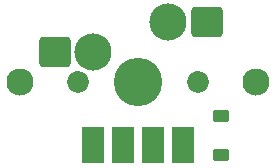
<source format=gbr>
%TF.GenerationSoftware,KiCad,Pcbnew,(6.0.7-1)-1*%
%TF.CreationDate,2022-09-12T14:41:07+08:00*%
%TF.ProjectId,0101-HOTSWAP-KEY,30313031-2d48-44f5-9453-5741502d4b45,V1.0*%
%TF.SameCoordinates,Original*%
%TF.FileFunction,Soldermask,Bot*%
%TF.FilePolarity,Negative*%
%FSLAX46Y46*%
G04 Gerber Fmt 4.6, Leading zero omitted, Abs format (unit mm)*
G04 Created by KiCad (PCBNEW (6.0.7-1)-1) date 2022-09-12 14:41:07*
%MOMM*%
%LPD*%
G01*
G04 APERTURE LIST*
G04 Aperture macros list*
%AMRoundRect*
0 Rectangle with rounded corners*
0 $1 Rounding radius*
0 $2 $3 $4 $5 $6 $7 $8 $9 X,Y pos of 4 corners*
0 Add a 4 corners polygon primitive as box body*
4,1,4,$2,$3,$4,$5,$6,$7,$8,$9,$2,$3,0*
0 Add four circle primitives for the rounded corners*
1,1,$1+$1,$2,$3*
1,1,$1+$1,$4,$5*
1,1,$1+$1,$6,$7*
1,1,$1+$1,$8,$9*
0 Add four rect primitives between the rounded corners*
20,1,$1+$1,$2,$3,$4,$5,0*
20,1,$1+$1,$4,$5,$6,$7,0*
20,1,$1+$1,$6,$7,$8,$9,0*
20,1,$1+$1,$8,$9,$2,$3,0*%
G04 Aperture macros list end*
%ADD10C,2.300000*%
%ADD11C,1.850000*%
%ADD12C,3.150000*%
%ADD13C,4.100000*%
%ADD14RoundRect,0.300000X-1.025000X-1.000000X1.025000X-1.000000X1.025000X1.000000X-1.025000X1.000000X0*%
%ADD15RoundRect,0.050000X-0.600000X0.450000X-0.600000X-0.450000X0.600000X-0.450000X0.600000X0.450000X0*%
%ADD16RoundRect,0.050000X-0.850000X1.500000X-0.850000X-1.500000X0.850000X-1.500000X0.850000X1.500000X0*%
G04 APERTURE END LIST*
D10*
%TO.C,H1*%
X22300000Y9800000D03*
%TD*%
%TO.C,H2*%
X2300000Y9800000D03*
%TD*%
D11*
%TO.C,SW1*%
X17380000Y9800000D03*
D12*
X14840000Y14880000D03*
X8490000Y12340000D03*
D11*
X7220000Y9800000D03*
D13*
X12300000Y9800000D03*
D14*
X5215000Y12340000D03*
X18142000Y14880000D03*
%TD*%
D15*
%TO.C,D1*%
X19300000Y6950000D03*
X19300000Y3650000D03*
%TD*%
D16*
%TO.C,J1*%
X8490000Y4500000D03*
X11030000Y4500000D03*
X13570000Y4500000D03*
X16110000Y4500000D03*
%TD*%
M02*

</source>
